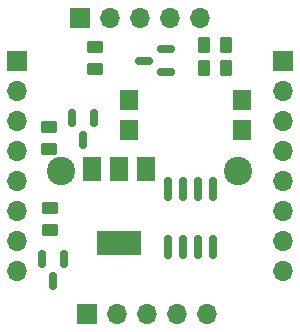
<source format=gbs>
G04 #@! TF.GenerationSoftware,KiCad,Pcbnew,(6.0.11)*
G04 #@! TF.CreationDate,2025-06-06T09:56:58+01:00*
G04 #@! TF.ProjectId,PCB_Dongle_Linky,5043425f-446f-46e6-976c-655f4c696e6b,rev?*
G04 #@! TF.SameCoordinates,Original*
G04 #@! TF.FileFunction,Soldermask,Bot*
G04 #@! TF.FilePolarity,Negative*
%FSLAX46Y46*%
G04 Gerber Fmt 4.6, Leading zero omitted, Abs format (unit mm)*
G04 Created by KiCad (PCBNEW (6.0.11)) date 2025-06-06 09:56:58*
%MOMM*%
%LPD*%
G01*
G04 APERTURE LIST*
G04 Aperture macros list*
%AMRoundRect*
0 Rectangle with rounded corners*
0 $1 Rounding radius*
0 $2 $3 $4 $5 $6 $7 $8 $9 X,Y pos of 4 corners*
0 Add a 4 corners polygon primitive as box body*
4,1,4,$2,$3,$4,$5,$6,$7,$8,$9,$2,$3,0*
0 Add four circle primitives for the rounded corners*
1,1,$1+$1,$2,$3*
1,1,$1+$1,$4,$5*
1,1,$1+$1,$6,$7*
1,1,$1+$1,$8,$9*
0 Add four rect primitives between the rounded corners*
20,1,$1+$1,$2,$3,$4,$5,0*
20,1,$1+$1,$4,$5,$6,$7,0*
20,1,$1+$1,$6,$7,$8,$9,0*
20,1,$1+$1,$8,$9,$2,$3,0*%
G04 Aperture macros list end*
%ADD10R,1.700000X1.700000*%
%ADD11O,1.700000X1.700000*%
%ADD12C,2.400000*%
%ADD13R,1.500000X1.780000*%
%ADD14RoundRect,0.250000X-0.262500X-0.450000X0.262500X-0.450000X0.262500X0.450000X-0.262500X0.450000X0*%
%ADD15RoundRect,0.250000X0.450000X-0.262500X0.450000X0.262500X-0.450000X0.262500X-0.450000X-0.262500X0*%
%ADD16RoundRect,0.150000X-0.150000X0.587500X-0.150000X-0.587500X0.150000X-0.587500X0.150000X0.587500X0*%
%ADD17RoundRect,0.250000X-0.450000X0.262500X-0.450000X-0.262500X0.450000X-0.262500X0.450000X0.262500X0*%
%ADD18R,1.500000X2.000000*%
%ADD19R,3.800000X2.000000*%
%ADD20RoundRect,0.150000X0.587500X0.150000X-0.587500X0.150000X-0.587500X-0.150000X0.587500X-0.150000X0*%
%ADD21RoundRect,0.150000X0.150000X-0.825000X0.150000X0.825000X-0.150000X0.825000X-0.150000X-0.825000X0*%
G04 APERTURE END LIST*
D10*
G04 #@! TO.C,J0*
X25275000Y-104400000D03*
D11*
X27815000Y-104400000D03*
X30355000Y-104400000D03*
X32895000Y-104400000D03*
X35435000Y-104400000D03*
G04 #@! TD*
D10*
G04 #@! TO.C,J2*
X42520000Y-108000000D03*
D11*
X42520000Y-110540000D03*
X42520000Y-113080000D03*
X42520000Y-115620000D03*
X42520000Y-118160000D03*
X42520000Y-120700000D03*
X42520000Y-123240000D03*
X42520000Y-125780000D03*
G04 #@! TD*
D10*
G04 #@! TO.C,J1*
X20000000Y-108000000D03*
D11*
X20000000Y-110540000D03*
X20000000Y-113080000D03*
X20000000Y-115620000D03*
X20000000Y-118160000D03*
X20000000Y-120700000D03*
X20000000Y-123240000D03*
X20000000Y-125780000D03*
G04 #@! TD*
D10*
G04 #@! TO.C,J4*
X25925000Y-129450000D03*
D11*
X28465000Y-129450000D03*
X31005000Y-129450000D03*
X33545000Y-129450000D03*
X36085000Y-129450000D03*
G04 #@! TD*
D12*
G04 #@! TO.C,C1*
X23700000Y-117350000D03*
X38700000Y-117350000D03*
G04 #@! TD*
D13*
G04 #@! TO.C,U1*
X29500000Y-113890000D03*
X29500000Y-111350000D03*
X39030000Y-111350000D03*
X39030000Y-113890000D03*
G04 #@! TD*
D14*
G04 #@! TO.C,R2b1*
X35837500Y-106650000D03*
X37662500Y-106650000D03*
G04 #@! TD*
D15*
G04 #@! TO.C,R9*
X22800000Y-122312500D03*
X22800000Y-120487500D03*
G04 #@! TD*
D16*
G04 #@! TO.C,Q2*
X22100000Y-124800000D03*
X24000000Y-124800000D03*
X23050000Y-126675000D03*
G04 #@! TD*
D17*
G04 #@! TO.C,R1*
X26565000Y-106837500D03*
X26565000Y-108662500D03*
G04 #@! TD*
D18*
G04 #@! TO.C,U2*
X26300000Y-117150000D03*
X28600000Y-117150000D03*
D19*
X28600000Y-123450000D03*
D18*
X30900000Y-117150000D03*
G04 #@! TD*
D16*
G04 #@! TO.C,Q1*
X24600000Y-112862500D03*
X26500000Y-112862500D03*
X25550000Y-114737500D03*
G04 #@! TD*
D20*
G04 #@! TO.C,Q3*
X32587500Y-107050000D03*
X32587500Y-108950000D03*
X30712500Y-108000000D03*
G04 #@! TD*
D17*
G04 #@! TO.C,R3*
X22700000Y-113650000D03*
X22700000Y-115475000D03*
G04 #@! TD*
D14*
G04 #@! TO.C,R2a1*
X35837500Y-108600000D03*
X37662500Y-108600000D03*
G04 #@! TD*
D21*
G04 #@! TO.C,U3*
X36605000Y-123775000D03*
X35335000Y-123775000D03*
X34065000Y-123775000D03*
X32795000Y-123775000D03*
X32795000Y-118825000D03*
X34065000Y-118825000D03*
X35335000Y-118825000D03*
X36605000Y-118825000D03*
G04 #@! TD*
M02*

</source>
